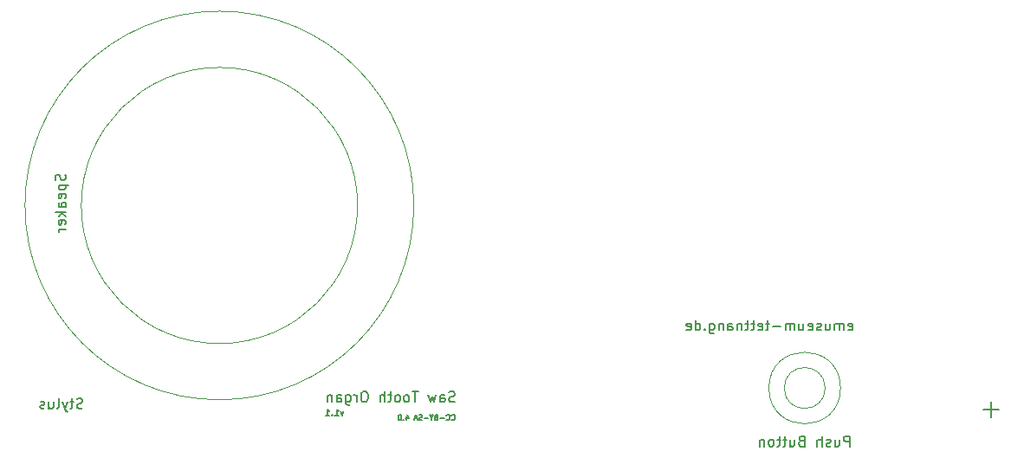
<source format=gbr>
%TF.GenerationSoftware,KiCad,Pcbnew,5.1.8*%
%TF.CreationDate,2020-12-04T21:14:45+01:00*%
%TF.ProjectId,SawToothOrganDIP,53617754-6f6f-4746-984f-7267616e4449,rev?*%
%TF.SameCoordinates,Original*%
%TF.FileFunction,Legend,Bot*%
%TF.FilePolarity,Positive*%
%FSLAX46Y46*%
G04 Gerber Fmt 4.6, Leading zero omitted, Abs format (unit mm)*
G04 Created by KiCad (PCBNEW 5.1.8) date 2020-12-04 21:14:45*
%MOMM*%
%LPD*%
G01*
G04 APERTURE LIST*
%ADD10C,0.150000*%
%ADD11C,0.127000*%
%ADD12C,0.120000*%
G04 APERTURE END LIST*
D10*
X145371428Y-153554761D02*
X145228571Y-153602380D01*
X144990476Y-153602380D01*
X144895238Y-153554761D01*
X144847619Y-153507142D01*
X144800000Y-153411904D01*
X144800000Y-153316666D01*
X144847619Y-153221428D01*
X144895238Y-153173809D01*
X144990476Y-153126190D01*
X145180952Y-153078571D01*
X145276190Y-153030952D01*
X145323809Y-152983333D01*
X145371428Y-152888095D01*
X145371428Y-152792857D01*
X145323809Y-152697619D01*
X145276190Y-152650000D01*
X145180952Y-152602380D01*
X144942857Y-152602380D01*
X144800000Y-152650000D01*
X144514285Y-152935714D02*
X144133333Y-152935714D01*
X144371428Y-152602380D02*
X144371428Y-153459523D01*
X144323809Y-153554761D01*
X144228571Y-153602380D01*
X144133333Y-153602380D01*
X143895238Y-152935714D02*
X143657142Y-153602380D01*
X143419047Y-152935714D02*
X143657142Y-153602380D01*
X143752380Y-153840476D01*
X143800000Y-153888095D01*
X143895238Y-153935714D01*
X142895238Y-153602380D02*
X142990476Y-153554761D01*
X143038095Y-153459523D01*
X143038095Y-152602380D01*
X142085714Y-152935714D02*
X142085714Y-153602380D01*
X142514285Y-152935714D02*
X142514285Y-153459523D01*
X142466666Y-153554761D01*
X142371428Y-153602380D01*
X142228571Y-153602380D01*
X142133333Y-153554761D01*
X142085714Y-153507142D01*
X141657142Y-153554761D02*
X141561904Y-153602380D01*
X141371428Y-153602380D01*
X141276190Y-153554761D01*
X141228571Y-153459523D01*
X141228571Y-153411904D01*
X141276190Y-153316666D01*
X141371428Y-153269047D01*
X141514285Y-153269047D01*
X141609523Y-153221428D01*
X141657142Y-153126190D01*
X141657142Y-153078571D01*
X141609523Y-152983333D01*
X141514285Y-152935714D01*
X141371428Y-152935714D01*
X141276190Y-152983333D01*
X234921904Y-153672857D02*
X233398095Y-153672857D01*
X234160000Y-154434761D02*
X234160000Y-152910952D01*
D11*
X170857142Y-153871428D02*
X170714285Y-154271428D01*
X170571428Y-153871428D01*
X170028571Y-154271428D02*
X170371428Y-154271428D01*
X170200000Y-154271428D02*
X170200000Y-153671428D01*
X170257142Y-153757142D01*
X170314285Y-153814285D01*
X170371428Y-153842857D01*
X169771428Y-154214285D02*
X169742857Y-154242857D01*
X169771428Y-154271428D01*
X169800000Y-154242857D01*
X169771428Y-154214285D01*
X169771428Y-154271428D01*
X169171428Y-154271428D02*
X169514285Y-154271428D01*
X169342857Y-154271428D02*
X169342857Y-153671428D01*
X169400000Y-153757142D01*
X169457142Y-153814285D01*
X169514285Y-153842857D01*
X181455333Y-154681428D02*
X181479523Y-154705619D01*
X181552095Y-154729809D01*
X181600476Y-154729809D01*
X181673047Y-154705619D01*
X181721428Y-154657238D01*
X181745619Y-154608857D01*
X181769809Y-154512095D01*
X181769809Y-154439523D01*
X181745619Y-154342761D01*
X181721428Y-154294380D01*
X181673047Y-154246000D01*
X181600476Y-154221809D01*
X181552095Y-154221809D01*
X181479523Y-154246000D01*
X181455333Y-154270190D01*
X180947333Y-154681428D02*
X180971523Y-154705619D01*
X181044095Y-154729809D01*
X181092476Y-154729809D01*
X181165047Y-154705619D01*
X181213428Y-154657238D01*
X181237619Y-154608857D01*
X181261809Y-154512095D01*
X181261809Y-154439523D01*
X181237619Y-154342761D01*
X181213428Y-154294380D01*
X181165047Y-154246000D01*
X181092476Y-154221809D01*
X181044095Y-154221809D01*
X180971523Y-154246000D01*
X180947333Y-154270190D01*
X180729619Y-154536285D02*
X180342571Y-154536285D01*
X179931333Y-154463714D02*
X179858761Y-154487904D01*
X179834571Y-154512095D01*
X179810380Y-154560476D01*
X179810380Y-154633047D01*
X179834571Y-154681428D01*
X179858761Y-154705619D01*
X179907142Y-154729809D01*
X180100666Y-154729809D01*
X180100666Y-154221809D01*
X179931333Y-154221809D01*
X179882952Y-154246000D01*
X179858761Y-154270190D01*
X179834571Y-154318571D01*
X179834571Y-154366952D01*
X179858761Y-154415333D01*
X179882952Y-154439523D01*
X179931333Y-154463714D01*
X180100666Y-154463714D01*
X179495904Y-154487904D02*
X179495904Y-154729809D01*
X179665238Y-154221809D02*
X179495904Y-154487904D01*
X179326571Y-154221809D01*
X179157238Y-154536285D02*
X178770190Y-154536285D01*
X178552476Y-154705619D02*
X178479904Y-154729809D01*
X178358952Y-154729809D01*
X178310571Y-154705619D01*
X178286380Y-154681428D01*
X178262190Y-154633047D01*
X178262190Y-154584666D01*
X178286380Y-154536285D01*
X178310571Y-154512095D01*
X178358952Y-154487904D01*
X178455714Y-154463714D01*
X178504095Y-154439523D01*
X178528285Y-154415333D01*
X178552476Y-154366952D01*
X178552476Y-154318571D01*
X178528285Y-154270190D01*
X178504095Y-154246000D01*
X178455714Y-154221809D01*
X178334761Y-154221809D01*
X178262190Y-154246000D01*
X178068666Y-154584666D02*
X177826761Y-154584666D01*
X178117047Y-154729809D02*
X177947714Y-154221809D01*
X177778380Y-154729809D01*
X177004285Y-154391142D02*
X177004285Y-154729809D01*
X177125238Y-154197619D02*
X177246190Y-154560476D01*
X176931714Y-154560476D01*
X176738190Y-154681428D02*
X176714000Y-154705619D01*
X176738190Y-154729809D01*
X176762380Y-154705619D01*
X176738190Y-154681428D01*
X176738190Y-154729809D01*
X176399523Y-154221809D02*
X176351142Y-154221809D01*
X176302761Y-154246000D01*
X176278571Y-154270190D01*
X176254380Y-154318571D01*
X176230190Y-154415333D01*
X176230190Y-154536285D01*
X176254380Y-154633047D01*
X176278571Y-154681428D01*
X176302761Y-154705619D01*
X176351142Y-154729809D01*
X176399523Y-154729809D01*
X176447904Y-154705619D01*
X176472095Y-154681428D01*
X176496285Y-154633047D01*
X176520476Y-154536285D01*
X176520476Y-154415333D01*
X176496285Y-154318571D01*
X176472095Y-154270190D01*
X176447904Y-154246000D01*
X176399523Y-154221809D01*
D10*
X181738095Y-152904761D02*
X181595238Y-152952380D01*
X181357142Y-152952380D01*
X181261904Y-152904761D01*
X181214285Y-152857142D01*
X181166666Y-152761904D01*
X181166666Y-152666666D01*
X181214285Y-152571428D01*
X181261904Y-152523809D01*
X181357142Y-152476190D01*
X181547619Y-152428571D01*
X181642857Y-152380952D01*
X181690476Y-152333333D01*
X181738095Y-152238095D01*
X181738095Y-152142857D01*
X181690476Y-152047619D01*
X181642857Y-152000000D01*
X181547619Y-151952380D01*
X181309523Y-151952380D01*
X181166666Y-152000000D01*
X180309523Y-152952380D02*
X180309523Y-152428571D01*
X180357142Y-152333333D01*
X180452380Y-152285714D01*
X180642857Y-152285714D01*
X180738095Y-152333333D01*
X180309523Y-152904761D02*
X180404761Y-152952380D01*
X180642857Y-152952380D01*
X180738095Y-152904761D01*
X180785714Y-152809523D01*
X180785714Y-152714285D01*
X180738095Y-152619047D01*
X180642857Y-152571428D01*
X180404761Y-152571428D01*
X180309523Y-152523809D01*
X179928571Y-152285714D02*
X179738095Y-152952380D01*
X179547619Y-152476190D01*
X179357142Y-152952380D01*
X179166666Y-152285714D01*
X178166666Y-151952380D02*
X177595238Y-151952380D01*
X177880952Y-152952380D02*
X177880952Y-151952380D01*
X177119047Y-152952380D02*
X177214285Y-152904761D01*
X177261904Y-152857142D01*
X177309523Y-152761904D01*
X177309523Y-152476190D01*
X177261904Y-152380952D01*
X177214285Y-152333333D01*
X177119047Y-152285714D01*
X176976190Y-152285714D01*
X176880952Y-152333333D01*
X176833333Y-152380952D01*
X176785714Y-152476190D01*
X176785714Y-152761904D01*
X176833333Y-152857142D01*
X176880952Y-152904761D01*
X176976190Y-152952380D01*
X177119047Y-152952380D01*
X176214285Y-152952380D02*
X176309523Y-152904761D01*
X176357142Y-152857142D01*
X176404761Y-152761904D01*
X176404761Y-152476190D01*
X176357142Y-152380952D01*
X176309523Y-152333333D01*
X176214285Y-152285714D01*
X176071428Y-152285714D01*
X175976190Y-152333333D01*
X175928571Y-152380952D01*
X175880952Y-152476190D01*
X175880952Y-152761904D01*
X175928571Y-152857142D01*
X175976190Y-152904761D01*
X176071428Y-152952380D01*
X176214285Y-152952380D01*
X175595238Y-152285714D02*
X175214285Y-152285714D01*
X175452380Y-151952380D02*
X175452380Y-152809523D01*
X175404761Y-152904761D01*
X175309523Y-152952380D01*
X175214285Y-152952380D01*
X174880952Y-152952380D02*
X174880952Y-151952380D01*
X174452380Y-152952380D02*
X174452380Y-152428571D01*
X174500000Y-152333333D01*
X174595238Y-152285714D01*
X174738095Y-152285714D01*
X174833333Y-152333333D01*
X174880952Y-152380952D01*
X173023809Y-151952380D02*
X172833333Y-151952380D01*
X172738095Y-152000000D01*
X172642857Y-152095238D01*
X172595238Y-152285714D01*
X172595238Y-152619047D01*
X172642857Y-152809523D01*
X172738095Y-152904761D01*
X172833333Y-152952380D01*
X173023809Y-152952380D01*
X173119047Y-152904761D01*
X173214285Y-152809523D01*
X173261904Y-152619047D01*
X173261904Y-152285714D01*
X173214285Y-152095238D01*
X173119047Y-152000000D01*
X173023809Y-151952380D01*
X172166666Y-152952380D02*
X172166666Y-152285714D01*
X172166666Y-152476190D02*
X172119047Y-152380952D01*
X172071428Y-152333333D01*
X171976190Y-152285714D01*
X171880952Y-152285714D01*
X171119047Y-152285714D02*
X171119047Y-153095238D01*
X171166666Y-153190476D01*
X171214285Y-153238095D01*
X171309523Y-153285714D01*
X171452380Y-153285714D01*
X171547619Y-153238095D01*
X171119047Y-152904761D02*
X171214285Y-152952380D01*
X171404761Y-152952380D01*
X171500000Y-152904761D01*
X171547619Y-152857142D01*
X171595238Y-152761904D01*
X171595238Y-152476190D01*
X171547619Y-152380952D01*
X171500000Y-152333333D01*
X171404761Y-152285714D01*
X171214285Y-152285714D01*
X171119047Y-152333333D01*
X170214285Y-152952380D02*
X170214285Y-152428571D01*
X170261904Y-152333333D01*
X170357142Y-152285714D01*
X170547619Y-152285714D01*
X170642857Y-152333333D01*
X170214285Y-152904761D02*
X170309523Y-152952380D01*
X170547619Y-152952380D01*
X170642857Y-152904761D01*
X170690476Y-152809523D01*
X170690476Y-152714285D01*
X170642857Y-152619047D01*
X170547619Y-152571428D01*
X170309523Y-152571428D01*
X170214285Y-152523809D01*
X169738095Y-152285714D02*
X169738095Y-152952380D01*
X169738095Y-152380952D02*
X169690476Y-152333333D01*
X169595238Y-152285714D01*
X169452380Y-152285714D01*
X169357142Y-152333333D01*
X169309523Y-152428571D01*
X169309523Y-152952380D01*
X220214285Y-145904761D02*
X220309523Y-145952380D01*
X220500000Y-145952380D01*
X220595238Y-145904761D01*
X220642857Y-145809523D01*
X220642857Y-145428571D01*
X220595238Y-145333333D01*
X220500000Y-145285714D01*
X220309523Y-145285714D01*
X220214285Y-145333333D01*
X220166666Y-145428571D01*
X220166666Y-145523809D01*
X220642857Y-145619047D01*
X219738095Y-145952380D02*
X219738095Y-145285714D01*
X219738095Y-145380952D02*
X219690476Y-145333333D01*
X219595238Y-145285714D01*
X219452380Y-145285714D01*
X219357142Y-145333333D01*
X219309523Y-145428571D01*
X219309523Y-145952380D01*
X219309523Y-145428571D02*
X219261904Y-145333333D01*
X219166666Y-145285714D01*
X219023809Y-145285714D01*
X218928571Y-145333333D01*
X218880952Y-145428571D01*
X218880952Y-145952380D01*
X217976190Y-145285714D02*
X217976190Y-145952380D01*
X218404761Y-145285714D02*
X218404761Y-145809523D01*
X218357142Y-145904761D01*
X218261904Y-145952380D01*
X218119047Y-145952380D01*
X218023809Y-145904761D01*
X217976190Y-145857142D01*
X217547619Y-145904761D02*
X217452380Y-145952380D01*
X217261904Y-145952380D01*
X217166666Y-145904761D01*
X217119047Y-145809523D01*
X217119047Y-145761904D01*
X217166666Y-145666666D01*
X217261904Y-145619047D01*
X217404761Y-145619047D01*
X217500000Y-145571428D01*
X217547619Y-145476190D01*
X217547619Y-145428571D01*
X217500000Y-145333333D01*
X217404761Y-145285714D01*
X217261904Y-145285714D01*
X217166666Y-145333333D01*
X216309523Y-145904761D02*
X216404761Y-145952380D01*
X216595238Y-145952380D01*
X216690476Y-145904761D01*
X216738095Y-145809523D01*
X216738095Y-145428571D01*
X216690476Y-145333333D01*
X216595238Y-145285714D01*
X216404761Y-145285714D01*
X216309523Y-145333333D01*
X216261904Y-145428571D01*
X216261904Y-145523809D01*
X216738095Y-145619047D01*
X215404761Y-145285714D02*
X215404761Y-145952380D01*
X215833333Y-145285714D02*
X215833333Y-145809523D01*
X215785714Y-145904761D01*
X215690476Y-145952380D01*
X215547619Y-145952380D01*
X215452380Y-145904761D01*
X215404761Y-145857142D01*
X214928571Y-145952380D02*
X214928571Y-145285714D01*
X214928571Y-145380952D02*
X214880952Y-145333333D01*
X214785714Y-145285714D01*
X214642857Y-145285714D01*
X214547619Y-145333333D01*
X214500000Y-145428571D01*
X214500000Y-145952380D01*
X214500000Y-145428571D02*
X214452380Y-145333333D01*
X214357142Y-145285714D01*
X214214285Y-145285714D01*
X214119047Y-145333333D01*
X214071428Y-145428571D01*
X214071428Y-145952380D01*
X213595238Y-145571428D02*
X212833333Y-145571428D01*
X212500000Y-145285714D02*
X212119047Y-145285714D01*
X212357142Y-144952380D02*
X212357142Y-145809523D01*
X212309523Y-145904761D01*
X212214285Y-145952380D01*
X212119047Y-145952380D01*
X211404761Y-145904761D02*
X211500000Y-145952380D01*
X211690476Y-145952380D01*
X211785714Y-145904761D01*
X211833333Y-145809523D01*
X211833333Y-145428571D01*
X211785714Y-145333333D01*
X211690476Y-145285714D01*
X211500000Y-145285714D01*
X211404761Y-145333333D01*
X211357142Y-145428571D01*
X211357142Y-145523809D01*
X211833333Y-145619047D01*
X211071428Y-145285714D02*
X210690476Y-145285714D01*
X210928571Y-144952380D02*
X210928571Y-145809523D01*
X210880952Y-145904761D01*
X210785714Y-145952380D01*
X210690476Y-145952380D01*
X210500000Y-145285714D02*
X210119047Y-145285714D01*
X210357142Y-144952380D02*
X210357142Y-145809523D01*
X210309523Y-145904761D01*
X210214285Y-145952380D01*
X210119047Y-145952380D01*
X209785714Y-145285714D02*
X209785714Y-145952380D01*
X209785714Y-145380952D02*
X209738095Y-145333333D01*
X209642857Y-145285714D01*
X209500000Y-145285714D01*
X209404761Y-145333333D01*
X209357142Y-145428571D01*
X209357142Y-145952380D01*
X208452380Y-145952380D02*
X208452380Y-145428571D01*
X208500000Y-145333333D01*
X208595238Y-145285714D01*
X208785714Y-145285714D01*
X208880952Y-145333333D01*
X208452380Y-145904761D02*
X208547619Y-145952380D01*
X208785714Y-145952380D01*
X208880952Y-145904761D01*
X208928571Y-145809523D01*
X208928571Y-145714285D01*
X208880952Y-145619047D01*
X208785714Y-145571428D01*
X208547619Y-145571428D01*
X208452380Y-145523809D01*
X207976190Y-145285714D02*
X207976190Y-145952380D01*
X207976190Y-145380952D02*
X207928571Y-145333333D01*
X207833333Y-145285714D01*
X207690476Y-145285714D01*
X207595238Y-145333333D01*
X207547619Y-145428571D01*
X207547619Y-145952380D01*
X206642857Y-145285714D02*
X206642857Y-146095238D01*
X206690476Y-146190476D01*
X206738095Y-146238095D01*
X206833333Y-146285714D01*
X206976190Y-146285714D01*
X207071428Y-146238095D01*
X206642857Y-145904761D02*
X206738095Y-145952380D01*
X206928571Y-145952380D01*
X207023809Y-145904761D01*
X207071428Y-145857142D01*
X207119047Y-145761904D01*
X207119047Y-145476190D01*
X207071428Y-145380952D01*
X207023809Y-145333333D01*
X206928571Y-145285714D01*
X206738095Y-145285714D01*
X206642857Y-145333333D01*
X206166666Y-145857142D02*
X206119047Y-145904761D01*
X206166666Y-145952380D01*
X206214285Y-145904761D01*
X206166666Y-145857142D01*
X206166666Y-145952380D01*
X205261904Y-145952380D02*
X205261904Y-144952380D01*
X205261904Y-145904761D02*
X205357142Y-145952380D01*
X205547619Y-145952380D01*
X205642857Y-145904761D01*
X205690476Y-145857142D01*
X205738095Y-145761904D01*
X205738095Y-145476190D01*
X205690476Y-145380952D01*
X205642857Y-145333333D01*
X205547619Y-145285714D01*
X205357142Y-145285714D01*
X205261904Y-145333333D01*
X204404761Y-145904761D02*
X204500000Y-145952380D01*
X204690476Y-145952380D01*
X204785714Y-145904761D01*
X204833333Y-145809523D01*
X204833333Y-145428571D01*
X204785714Y-145333333D01*
X204690476Y-145285714D01*
X204500000Y-145285714D01*
X204404761Y-145333333D01*
X204357142Y-145428571D01*
X204357142Y-145523809D01*
X204833333Y-145619047D01*
D12*
%TO.C,SW1*%
X219450000Y-151600000D02*
G75*
G03*
X219450000Y-151600000I-3500000J0D01*
G01*
X217950000Y-151600000D02*
G75*
G03*
X217950000Y-151600000I-2000000J0D01*
G01*
%TO.C,LS1*%
X172250000Y-133750000D02*
G75*
G03*
X172250000Y-133750000I-13500000J0D01*
G01*
X177750000Y-133750000D02*
G75*
G03*
X177750000Y-133750000I-19000000J0D01*
G01*
%TO.C,SW1*%
D10*
X220330952Y-157302380D02*
X220330952Y-156302380D01*
X219950000Y-156302380D01*
X219854761Y-156350000D01*
X219807142Y-156397619D01*
X219759523Y-156492857D01*
X219759523Y-156635714D01*
X219807142Y-156730952D01*
X219854761Y-156778571D01*
X219950000Y-156826190D01*
X220330952Y-156826190D01*
X218902380Y-156635714D02*
X218902380Y-157302380D01*
X219330952Y-156635714D02*
X219330952Y-157159523D01*
X219283333Y-157254761D01*
X219188095Y-157302380D01*
X219045238Y-157302380D01*
X218950000Y-157254761D01*
X218902380Y-157207142D01*
X218473809Y-157254761D02*
X218378571Y-157302380D01*
X218188095Y-157302380D01*
X218092857Y-157254761D01*
X218045238Y-157159523D01*
X218045238Y-157111904D01*
X218092857Y-157016666D01*
X218188095Y-156969047D01*
X218330952Y-156969047D01*
X218426190Y-156921428D01*
X218473809Y-156826190D01*
X218473809Y-156778571D01*
X218426190Y-156683333D01*
X218330952Y-156635714D01*
X218188095Y-156635714D01*
X218092857Y-156683333D01*
X217616666Y-157302380D02*
X217616666Y-156302380D01*
X217188095Y-157302380D02*
X217188095Y-156778571D01*
X217235714Y-156683333D01*
X217330952Y-156635714D01*
X217473809Y-156635714D01*
X217569047Y-156683333D01*
X217616666Y-156730952D01*
X215616666Y-156778571D02*
X215473809Y-156826190D01*
X215426190Y-156873809D01*
X215378571Y-156969047D01*
X215378571Y-157111904D01*
X215426190Y-157207142D01*
X215473809Y-157254761D01*
X215569047Y-157302380D01*
X215950000Y-157302380D01*
X215950000Y-156302380D01*
X215616666Y-156302380D01*
X215521428Y-156350000D01*
X215473809Y-156397619D01*
X215426190Y-156492857D01*
X215426190Y-156588095D01*
X215473809Y-156683333D01*
X215521428Y-156730952D01*
X215616666Y-156778571D01*
X215950000Y-156778571D01*
X214521428Y-156635714D02*
X214521428Y-157302380D01*
X214950000Y-156635714D02*
X214950000Y-157159523D01*
X214902380Y-157254761D01*
X214807142Y-157302380D01*
X214664285Y-157302380D01*
X214569047Y-157254761D01*
X214521428Y-157207142D01*
X214188095Y-156635714D02*
X213807142Y-156635714D01*
X214045238Y-156302380D02*
X214045238Y-157159523D01*
X213997619Y-157254761D01*
X213902380Y-157302380D01*
X213807142Y-157302380D01*
X213616666Y-156635714D02*
X213235714Y-156635714D01*
X213473809Y-156302380D02*
X213473809Y-157159523D01*
X213426190Y-157254761D01*
X213330952Y-157302380D01*
X213235714Y-157302380D01*
X212759523Y-157302380D02*
X212854761Y-157254761D01*
X212902380Y-157207142D01*
X212950000Y-157111904D01*
X212950000Y-156826190D01*
X212902380Y-156730952D01*
X212854761Y-156683333D01*
X212759523Y-156635714D01*
X212616666Y-156635714D01*
X212521428Y-156683333D01*
X212473809Y-156730952D01*
X212426190Y-156826190D01*
X212426190Y-157111904D01*
X212473809Y-157207142D01*
X212521428Y-157254761D01*
X212616666Y-157302380D01*
X212759523Y-157302380D01*
X211997619Y-156635714D02*
X211997619Y-157302380D01*
X211997619Y-156730952D02*
X211950000Y-156683333D01*
X211854761Y-156635714D01*
X211711904Y-156635714D01*
X211616666Y-156683333D01*
X211569047Y-156778571D01*
X211569047Y-157302380D01*
%TO.C,LS1*%
X143654761Y-130738095D02*
X143702380Y-130880952D01*
X143702380Y-131119047D01*
X143654761Y-131214285D01*
X143607142Y-131261904D01*
X143511904Y-131309523D01*
X143416666Y-131309523D01*
X143321428Y-131261904D01*
X143273809Y-131214285D01*
X143226190Y-131119047D01*
X143178571Y-130928571D01*
X143130952Y-130833333D01*
X143083333Y-130785714D01*
X142988095Y-130738095D01*
X142892857Y-130738095D01*
X142797619Y-130785714D01*
X142750000Y-130833333D01*
X142702380Y-130928571D01*
X142702380Y-131166666D01*
X142750000Y-131309523D01*
X143035714Y-131738095D02*
X144035714Y-131738095D01*
X143083333Y-131738095D02*
X143035714Y-131833333D01*
X143035714Y-132023809D01*
X143083333Y-132119047D01*
X143130952Y-132166666D01*
X143226190Y-132214285D01*
X143511904Y-132214285D01*
X143607142Y-132166666D01*
X143654761Y-132119047D01*
X143702380Y-132023809D01*
X143702380Y-131833333D01*
X143654761Y-131738095D01*
X143654761Y-133023809D02*
X143702380Y-132928571D01*
X143702380Y-132738095D01*
X143654761Y-132642857D01*
X143559523Y-132595238D01*
X143178571Y-132595238D01*
X143083333Y-132642857D01*
X143035714Y-132738095D01*
X143035714Y-132928571D01*
X143083333Y-133023809D01*
X143178571Y-133071428D01*
X143273809Y-133071428D01*
X143369047Y-132595238D01*
X143702380Y-133928571D02*
X143178571Y-133928571D01*
X143083333Y-133880952D01*
X143035714Y-133785714D01*
X143035714Y-133595238D01*
X143083333Y-133500000D01*
X143654761Y-133928571D02*
X143702380Y-133833333D01*
X143702380Y-133595238D01*
X143654761Y-133500000D01*
X143559523Y-133452380D01*
X143464285Y-133452380D01*
X143369047Y-133500000D01*
X143321428Y-133595238D01*
X143321428Y-133833333D01*
X143273809Y-133928571D01*
X143702380Y-134404761D02*
X142702380Y-134404761D01*
X143321428Y-134500000D02*
X143702380Y-134785714D01*
X143035714Y-134785714D02*
X143416666Y-134404761D01*
X143654761Y-135595238D02*
X143702380Y-135500000D01*
X143702380Y-135309523D01*
X143654761Y-135214285D01*
X143559523Y-135166666D01*
X143178571Y-135166666D01*
X143083333Y-135214285D01*
X143035714Y-135309523D01*
X143035714Y-135500000D01*
X143083333Y-135595238D01*
X143178571Y-135642857D01*
X143273809Y-135642857D01*
X143369047Y-135166666D01*
X143702380Y-136071428D02*
X143035714Y-136071428D01*
X143226190Y-136071428D02*
X143130952Y-136119047D01*
X143083333Y-136166666D01*
X143035714Y-136261904D01*
X143035714Y-136357142D01*
%TD*%
M02*

</source>
